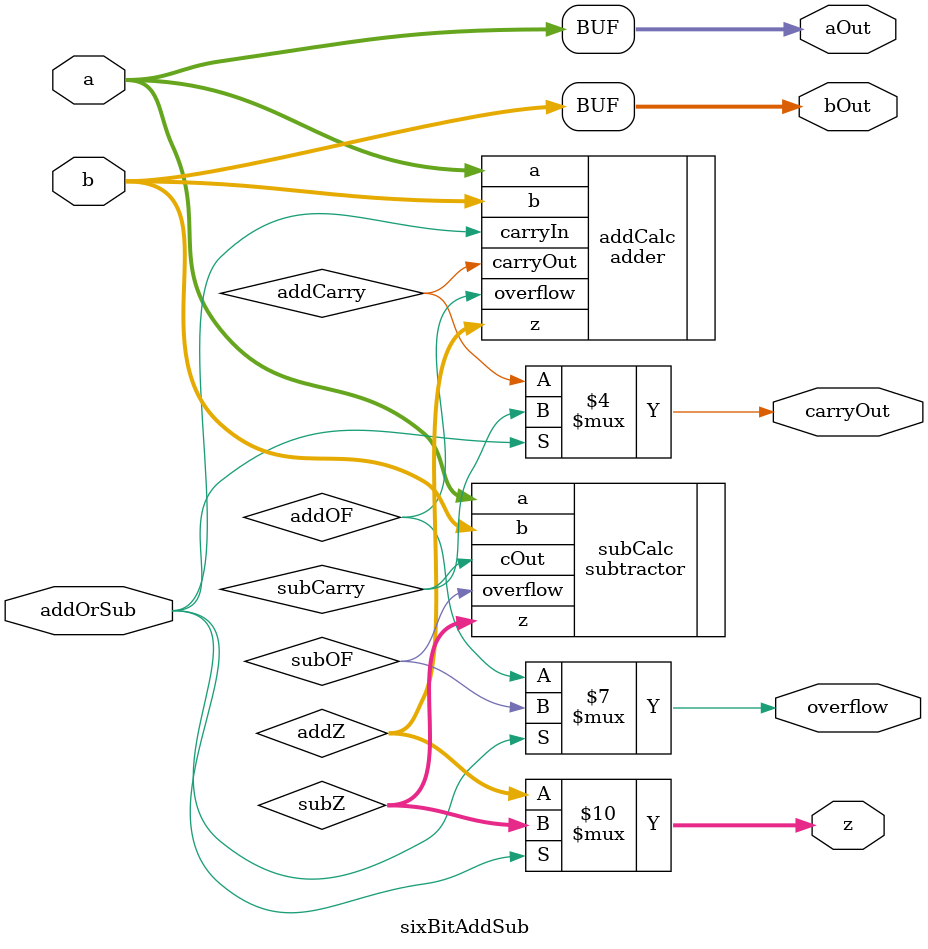
<source format=sv>
module sixBitAddSub(input logic [5:0] a, b,
						  input logic addOrSub,
						  output logic [5:0] z,
						  output logic carryOut, overflow,
						  output logic [5:0] aOut, bOut);
	
	// top level module to decide between adder vs. subtractor
	
	// variables to hold the outputs of the adder and subtractor
	logic [5:0] addZ, subZ;
	logic addCarry, subCarry, addOF, subOF;
	
	subtractor subCalc(.a(a), .b(b), .z(subZ), .cOut(subCarry), .overflow(subOF));
	adder addCalc(.a(a), .b(b), .carryIn(addOrSub), .z(addZ), .carryOut(addCarry), .overflow(addOF));
	
	always_comb
	begin
		if(addOrSub == 1)
		begin
			// input switch for subtraction
			z <= subZ;
			overflow <= subOF;
			carryOut <= subCarry;
		end else //if(addOrSub == 0)
		begin
			// input switch for addition
			z <= addZ;
			overflow <= addOF;
			carryOut <= addCarry;
		end
		aOut <= a;
		bOut <= b;
	end
	
endmodule
</source>
